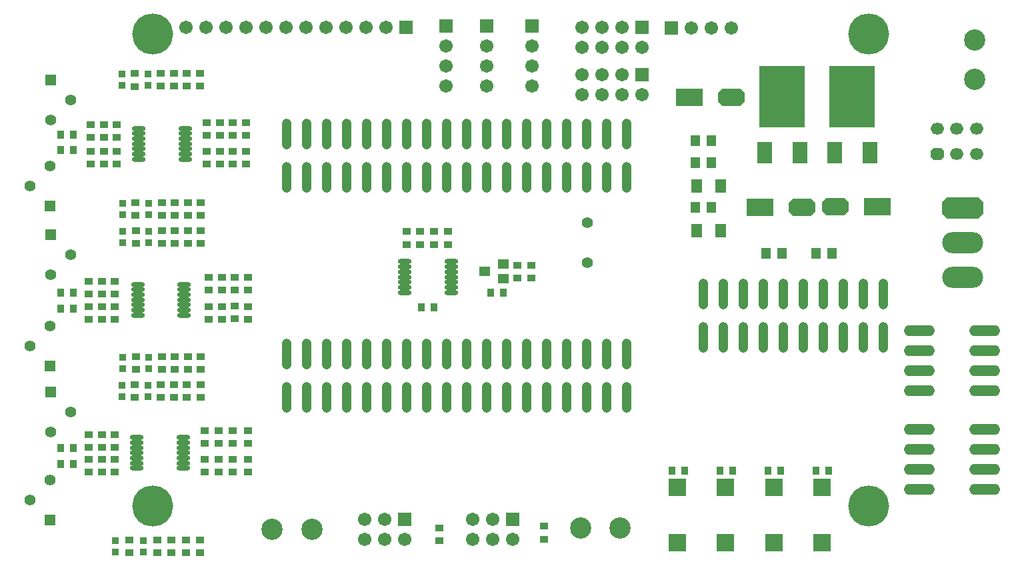
<source format=gts>
G04 Layer_Color=8388736*
%FSLAX25Y25*%
%MOIN*%
G70*
G01*
G75*
%ADD66O,0.04816X0.15367*%
%ADD67R,0.04300X0.03800*%
%ADD68R,0.05800X0.06800*%
%ADD69R,0.04800X0.05800*%
G04:AMPARAMS|DCode=70|XSize=133.98mil|YSize=86.74mil|CornerRadius=0mil|HoleSize=0mil|Usage=FLASHONLY|Rotation=180.000|XOffset=0mil|YOffset=0mil|HoleType=Round|Shape=Octagon|*
%AMOCTAGOND70*
4,1,8,-0.06699,0.02168,-0.06699,-0.02168,-0.04531,-0.04337,0.04531,-0.04337,0.06699,-0.02168,0.06699,0.02168,0.04531,0.04337,-0.04531,0.04337,-0.06699,0.02168,0.0*
%
%ADD70OCTAGOND70*%

%ADD71R,0.13398X0.08674*%
%ADD72R,0.03800X0.04300*%
%ADD73O,0.15367X0.05328*%
%ADD74R,0.08674X0.08674*%
%ADD75R,0.05524X0.04737*%
%ADD76O,0.06706X0.02572*%
%ADD77R,0.03800X0.03300*%
%ADD78R,0.07800X0.10800*%
%ADD79R,0.22650X0.30721*%
%ADD80C,0.06706*%
%ADD81R,0.06706X0.06706*%
%ADD82O,0.06706X0.05800*%
G04:AMPARAMS|DCode=83|XSize=67.06mil|YSize=58mil|CornerRadius=0mil|HoleSize=0mil|Usage=FLASHONLY|Rotation=0.000|XOffset=0mil|YOffset=0mil|HoleType=Round|Shape=Octagon|*
%AMOCTAGOND83*
4,1,8,0.03353,-0.01450,0.03353,0.01450,0.01903,0.02900,-0.01903,0.02900,-0.03353,0.01450,-0.03353,-0.01450,-0.01903,-0.02900,0.01903,-0.02900,0.03353,-0.01450,0.0*
%
%ADD83OCTAGOND83*%

%ADD84C,0.10642*%
%ADD85C,0.05524*%
%ADD86R,0.06706X0.06706*%
%ADD87R,0.05524X0.05524*%
%ADD88O,0.20485X0.10642*%
G04:AMPARAMS|DCode=89|XSize=208mil|YSize=106.42mil|CornerRadius=0mil|HoleSize=0mil|Usage=FLASHONLY|Rotation=0.000|XOffset=0mil|YOffset=0mil|HoleType=Round|Shape=Octagon|*
%AMOCTAGOND89*
4,1,8,0.10400,-0.02661,0.10400,0.02661,0.07739,0.05321,-0.07739,0.05321,-0.10400,0.02661,-0.10400,-0.02661,-0.07739,-0.05321,0.07739,-0.05321,0.10400,-0.02661,0.0*
%
%ADD89OCTAGOND89*%

%ADD90C,0.20485*%
D66*
X233961Y82139D02*
D03*
X213961D02*
D03*
X203961D02*
D03*
X193961D02*
D03*
X183961D02*
D03*
X173961D02*
D03*
X163961D02*
D03*
X153961D02*
D03*
X233961Y103639D02*
D03*
X213961D02*
D03*
X203961D02*
D03*
X193961D02*
D03*
X183961D02*
D03*
X173961D02*
D03*
X143961Y82139D02*
D03*
X133961D02*
D03*
X163961Y103639D02*
D03*
X153961D02*
D03*
X143961D02*
D03*
X133961D02*
D03*
X223961D02*
D03*
Y82139D02*
D03*
Y192189D02*
D03*
Y213689D02*
D03*
X133961D02*
D03*
X143961D02*
D03*
X153961D02*
D03*
X163961D02*
D03*
X133961Y192189D02*
D03*
X143961D02*
D03*
X173961Y213689D02*
D03*
X183961D02*
D03*
X193961D02*
D03*
X203961D02*
D03*
X213961D02*
D03*
X233961D02*
D03*
X153961Y192189D02*
D03*
X163961D02*
D03*
X173961D02*
D03*
X183961D02*
D03*
X193961D02*
D03*
X203961D02*
D03*
X213961D02*
D03*
X233961D02*
D03*
X243961Y103639D02*
D03*
X253961D02*
D03*
X263961D02*
D03*
X273961D02*
D03*
X243961Y82139D02*
D03*
X253961D02*
D03*
X283961Y103639D02*
D03*
X293961D02*
D03*
X303961D02*
D03*
X263961Y82139D02*
D03*
X273961D02*
D03*
X283961D02*
D03*
X293961D02*
D03*
X303961D02*
D03*
Y192189D02*
D03*
X293961D02*
D03*
X283961D02*
D03*
X273961D02*
D03*
X263961D02*
D03*
X303961Y213689D02*
D03*
X293961D02*
D03*
X283961D02*
D03*
X253961Y192189D02*
D03*
X243961D02*
D03*
X273961Y213689D02*
D03*
X263961D02*
D03*
X253961D02*
D03*
X243961D02*
D03*
X342418Y133600D02*
D03*
X352300D02*
D03*
X362300D02*
D03*
X372300D02*
D03*
X382300D02*
D03*
X392300D02*
D03*
X402300D02*
D03*
X412300D02*
D03*
X342300Y112100D02*
D03*
X352300D02*
D03*
X362300D02*
D03*
X372300D02*
D03*
X382300D02*
D03*
X392300D02*
D03*
X422300Y133600D02*
D03*
X432300D02*
D03*
X402300Y112100D02*
D03*
X412300D02*
D03*
X422300D02*
D03*
X432300D02*
D03*
D67*
X200900Y158500D02*
D03*
Y164900D02*
D03*
X214650D02*
D03*
Y158500D02*
D03*
X207816Y164900D02*
D03*
Y158500D02*
D03*
X194150Y164900D02*
D03*
Y158500D02*
D03*
X256350Y148200D02*
D03*
Y141800D02*
D03*
X249350Y148200D02*
D03*
Y141800D02*
D03*
X114700Y121100D02*
D03*
Y127500D02*
D03*
X108200Y121300D02*
D03*
Y127700D02*
D03*
X58700Y102500D02*
D03*
Y96100D02*
D03*
X84700Y102500D02*
D03*
Y96100D02*
D03*
X107200Y44600D02*
D03*
Y51000D02*
D03*
X114700Y44600D02*
D03*
Y51000D02*
D03*
X78200Y102500D02*
D03*
Y96100D02*
D03*
X91200D02*
D03*
Y102500D02*
D03*
X71700Y96100D02*
D03*
Y102500D02*
D03*
X95200Y127500D02*
D03*
Y121100D02*
D03*
X101700Y127500D02*
D03*
Y121100D02*
D03*
X55400Y10800D02*
D03*
Y4400D02*
D03*
X83900Y10800D02*
D03*
Y4400D02*
D03*
X35200Y121100D02*
D03*
Y127500D02*
D03*
X41700Y121100D02*
D03*
Y127500D02*
D03*
X48200Y121100D02*
D03*
Y127500D02*
D03*
X76400Y10800D02*
D03*
Y4400D02*
D03*
X90900D02*
D03*
Y10800D02*
D03*
X69400Y4400D02*
D03*
Y10800D02*
D03*
X100200Y51000D02*
D03*
Y44600D02*
D03*
X93200Y51000D02*
D03*
Y44600D02*
D03*
X114700Y142000D02*
D03*
Y135600D02*
D03*
X108200Y142000D02*
D03*
Y135600D02*
D03*
X48200Y44600D02*
D03*
Y51000D02*
D03*
X35200Y44600D02*
D03*
Y51000D02*
D03*
X41700Y44600D02*
D03*
Y51000D02*
D03*
X58700Y159100D02*
D03*
Y165500D02*
D03*
X84700Y159100D02*
D03*
Y165500D02*
D03*
X114700Y65500D02*
D03*
Y59100D02*
D03*
X107200Y65500D02*
D03*
Y59100D02*
D03*
X78200Y159100D02*
D03*
Y165500D02*
D03*
X91200Y159100D02*
D03*
Y165500D02*
D03*
X71700D02*
D03*
Y159100D02*
D03*
X95200Y135600D02*
D03*
Y142000D02*
D03*
X101700Y135600D02*
D03*
Y142000D02*
D03*
X58200Y82100D02*
D03*
Y88500D02*
D03*
X84200Y82100D02*
D03*
Y88500D02*
D03*
X41700Y140000D02*
D03*
Y133600D02*
D03*
X35200Y140000D02*
D03*
Y133600D02*
D03*
X48200Y140000D02*
D03*
Y133600D02*
D03*
X77700Y82100D02*
D03*
Y88500D02*
D03*
X91200D02*
D03*
Y82100D02*
D03*
X71200Y88500D02*
D03*
Y82100D02*
D03*
X93200Y59100D02*
D03*
Y65500D02*
D03*
X100200Y59100D02*
D03*
Y65500D02*
D03*
X48200Y63500D02*
D03*
Y57100D02*
D03*
X41700Y63500D02*
D03*
Y57100D02*
D03*
X35200Y63500D02*
D03*
Y57100D02*
D03*
X107200Y198600D02*
D03*
Y205000D02*
D03*
X113700Y198600D02*
D03*
Y205000D02*
D03*
Y219400D02*
D03*
Y213000D02*
D03*
X107200Y219400D02*
D03*
Y213000D02*
D03*
X58500Y179500D02*
D03*
Y173100D02*
D03*
X84700Y179500D02*
D03*
Y173100D02*
D03*
X78200Y179500D02*
D03*
Y173100D02*
D03*
X58200Y237500D02*
D03*
Y243900D02*
D03*
X84100Y237700D02*
D03*
Y244100D02*
D03*
X91200Y179500D02*
D03*
Y173100D02*
D03*
X71700D02*
D03*
Y179500D02*
D03*
X100700Y205000D02*
D03*
Y198600D02*
D03*
X94200Y205000D02*
D03*
Y198600D02*
D03*
X77700Y237600D02*
D03*
Y244000D02*
D03*
X90600Y244200D02*
D03*
Y237800D02*
D03*
X71200Y244000D02*
D03*
Y237600D02*
D03*
X36200Y198600D02*
D03*
Y205000D02*
D03*
X42700Y198600D02*
D03*
Y205000D02*
D03*
X49200Y198600D02*
D03*
Y205000D02*
D03*
Y218500D02*
D03*
Y212100D02*
D03*
X94200Y213000D02*
D03*
Y219400D02*
D03*
X100700Y213000D02*
D03*
Y219400D02*
D03*
X42700Y218500D02*
D03*
Y212100D02*
D03*
X36200Y218500D02*
D03*
Y212100D02*
D03*
X210300Y10300D02*
D03*
Y16700D02*
D03*
X262800Y11200D02*
D03*
Y17600D02*
D03*
D68*
X339000Y165400D02*
D03*
X351000D02*
D03*
Y187600D02*
D03*
X339000D02*
D03*
D69*
X406900Y153900D02*
D03*
X398900D02*
D03*
X381900D02*
D03*
X373900D02*
D03*
X346400Y177100D02*
D03*
X338400D02*
D03*
X346400Y199300D02*
D03*
X338400D02*
D03*
X346400Y210400D02*
D03*
X338400D02*
D03*
D70*
X408400Y177400D02*
D03*
X391900Y176900D02*
D03*
X356400Y231900D02*
D03*
D71*
X429400Y177400D02*
D03*
X370900Y176900D02*
D03*
X335400Y231900D02*
D03*
D72*
X201450Y127200D02*
D03*
X207850D02*
D03*
X398800Y45500D02*
D03*
X405200D02*
D03*
X374749D02*
D03*
X381149D02*
D03*
X350698D02*
D03*
X357098D02*
D03*
X242550Y134500D02*
D03*
X236150D02*
D03*
X326647Y45500D02*
D03*
X333047D02*
D03*
X27400Y126300D02*
D03*
X21000D02*
D03*
X27400Y48800D02*
D03*
X21000D02*
D03*
X27400Y134300D02*
D03*
X21000D02*
D03*
X27400Y56800D02*
D03*
X21000D02*
D03*
X27400Y205800D02*
D03*
X21000D02*
D03*
X27400Y213300D02*
D03*
X21000D02*
D03*
D73*
X482939Y85500D02*
D03*
X450261D02*
D03*
X482939Y115500D02*
D03*
X450261D02*
D03*
X482939Y105500D02*
D03*
X450261D02*
D03*
Y95500D02*
D03*
X482939D02*
D03*
Y36100D02*
D03*
X450261D02*
D03*
X482939Y66100D02*
D03*
X450261D02*
D03*
X482939Y56100D02*
D03*
X450261D02*
D03*
Y46100D02*
D03*
X482939D02*
D03*
D74*
X401653Y9441D02*
D03*
Y37000D02*
D03*
X377602Y9441D02*
D03*
Y37000D02*
D03*
X353551Y9441D02*
D03*
Y37000D02*
D03*
X329500Y9441D02*
D03*
Y37000D02*
D03*
D75*
X242476Y141260D02*
D03*
Y148740D02*
D03*
X233224Y145000D02*
D03*
D76*
X193035Y149877D02*
D03*
Y147318D02*
D03*
Y144759D02*
D03*
Y142200D02*
D03*
Y139641D02*
D03*
Y137082D02*
D03*
Y134523D02*
D03*
X216264D02*
D03*
Y137082D02*
D03*
Y139641D02*
D03*
Y142200D02*
D03*
Y144759D02*
D03*
Y147318D02*
D03*
Y149877D02*
D03*
X82814Y123123D02*
D03*
Y125682D02*
D03*
Y128241D02*
D03*
Y130800D02*
D03*
Y133359D02*
D03*
Y135918D02*
D03*
Y138477D02*
D03*
X59586D02*
D03*
Y135918D02*
D03*
Y133359D02*
D03*
Y130800D02*
D03*
Y128241D02*
D03*
Y125682D02*
D03*
Y123123D02*
D03*
X82314Y46623D02*
D03*
Y49182D02*
D03*
Y51741D02*
D03*
Y54300D02*
D03*
Y56859D02*
D03*
Y59418D02*
D03*
Y61977D02*
D03*
X59086D02*
D03*
Y59418D02*
D03*
Y56859D02*
D03*
Y54300D02*
D03*
Y51741D02*
D03*
Y49182D02*
D03*
Y46623D02*
D03*
X83314Y201123D02*
D03*
Y203682D02*
D03*
Y206241D02*
D03*
Y208800D02*
D03*
Y211359D02*
D03*
Y213918D02*
D03*
Y216477D02*
D03*
X60086D02*
D03*
Y213918D02*
D03*
Y211359D02*
D03*
Y208800D02*
D03*
Y206241D02*
D03*
Y203682D02*
D03*
Y201123D02*
D03*
D77*
X65200Y96500D02*
D03*
Y102100D02*
D03*
X52200Y96500D02*
D03*
Y102100D02*
D03*
X62400Y4800D02*
D03*
Y10400D02*
D03*
X48400Y4800D02*
D03*
Y10400D02*
D03*
X65200Y165100D02*
D03*
Y159500D02*
D03*
X52200Y165100D02*
D03*
Y159500D02*
D03*
X64700Y88100D02*
D03*
Y82500D02*
D03*
X51700Y88100D02*
D03*
Y82500D02*
D03*
X65000Y173500D02*
D03*
Y179100D02*
D03*
X52000Y173500D02*
D03*
Y179100D02*
D03*
X64600Y243600D02*
D03*
Y238000D02*
D03*
X51700Y238100D02*
D03*
Y243700D02*
D03*
D78*
X407924Y204227D02*
D03*
X425876D02*
D03*
X372924D02*
D03*
X390876D02*
D03*
D79*
X416900Y232400D02*
D03*
X381900D02*
D03*
D80*
X356500Y266600D02*
D03*
X346500D02*
D03*
X336500D02*
D03*
X281800Y256900D02*
D03*
Y266900D02*
D03*
X291800Y256900D02*
D03*
Y266900D02*
D03*
X301800Y256900D02*
D03*
Y266900D02*
D03*
X311800Y256900D02*
D03*
X281600Y233300D02*
D03*
Y243300D02*
D03*
X291600Y233300D02*
D03*
Y243300D02*
D03*
X301600Y233300D02*
D03*
Y243300D02*
D03*
X311600Y233300D02*
D03*
X213900Y257600D02*
D03*
Y247600D02*
D03*
Y237600D02*
D03*
X183900Y266900D02*
D03*
X173900D02*
D03*
X163900D02*
D03*
X153900D02*
D03*
X143900D02*
D03*
X133900D02*
D03*
X123900D02*
D03*
X113900D02*
D03*
X103900D02*
D03*
X93900D02*
D03*
X83900D02*
D03*
X256800Y257800D02*
D03*
Y247800D02*
D03*
Y237800D02*
D03*
X173100Y11200D02*
D03*
Y21200D02*
D03*
X183100Y11200D02*
D03*
Y21200D02*
D03*
X193100Y11200D02*
D03*
X227000D02*
D03*
Y21200D02*
D03*
X237000Y11200D02*
D03*
Y21200D02*
D03*
X247000Y11200D02*
D03*
X234200Y257800D02*
D03*
Y247800D02*
D03*
Y237800D02*
D03*
D81*
X326500Y266600D02*
D03*
X311800Y266900D02*
D03*
X311600Y243300D02*
D03*
X193900Y266900D02*
D03*
X193100Y21200D02*
D03*
X247000D02*
D03*
D82*
X479000Y216300D02*
D03*
X469157D02*
D03*
X459315D02*
D03*
X479000Y203702D02*
D03*
X469157D02*
D03*
D83*
X459315D02*
D03*
D84*
X478100Y260600D02*
D03*
Y240915D02*
D03*
X281015Y16600D02*
D03*
X300700D02*
D03*
X126900Y16200D02*
D03*
X146585D02*
D03*
D85*
X284300Y149500D02*
D03*
Y169500D02*
D03*
X15700Y117800D02*
D03*
X5700Y107800D02*
D03*
X15700Y40800D02*
D03*
X5700Y30800D02*
D03*
X16200Y143300D02*
D03*
X26200Y153300D02*
D03*
X16200Y64800D02*
D03*
X26200Y74800D02*
D03*
X15700Y197800D02*
D03*
X5700Y187800D02*
D03*
X16200Y220800D02*
D03*
X26200Y230800D02*
D03*
D86*
X213900Y267600D02*
D03*
X256800Y267800D02*
D03*
X234200D02*
D03*
D87*
X15700Y97800D02*
D03*
Y20800D02*
D03*
X16200Y163300D02*
D03*
Y84800D02*
D03*
X15700Y177800D02*
D03*
X16200Y240800D02*
D03*
D88*
X472100Y142177D02*
D03*
Y159500D02*
D03*
D89*
Y176823D02*
D03*
D90*
X425197Y27559D02*
D03*
X66929D02*
D03*
Y263779D02*
D03*
X425197D02*
D03*
M02*

</source>
